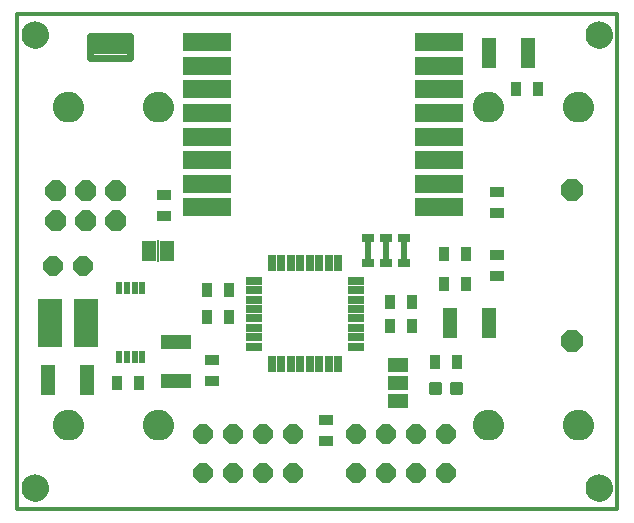
<source format=gts>
G75*
%MOIN*%
%OFA0B0*%
%FSLAX25Y25*%
%IPPOS*%
%LPD*%
%AMOC8*
5,1,8,0,0,1.08239X$1,22.5*
%
%ADD10C,0.00000*%
%ADD11C,0.09061*%
%ADD12C,0.01200*%
%ADD13R,0.16148X0.05912*%
%ADD14R,0.05124X0.10243*%
%ADD15R,0.10243X0.05124*%
%ADD16R,0.08274X0.16148*%
%ADD17R,0.01975X0.03943*%
%ADD18R,0.03550X0.05124*%
%ADD19R,0.05124X0.03550*%
%ADD20OC8,0.06400*%
%ADD21R,0.05000X0.06700*%
%ADD22R,0.00600X0.07200*%
%ADD23C,0.07000*%
%ADD24R,0.01975X0.06699*%
%ADD25R,0.03937X0.02756*%
%ADD26OC8,0.07000*%
%ADD27C,0.02462*%
%ADD28OC8,0.07400*%
%ADD29C,0.01301*%
%ADD30R,0.06700X0.05000*%
%ADD31R,0.05400X0.02600*%
%ADD32R,0.02600X0.05400*%
D10*
X0003469Y0008800D02*
X0003471Y0008931D01*
X0003477Y0009063D01*
X0003487Y0009194D01*
X0003501Y0009325D01*
X0003519Y0009455D01*
X0003541Y0009584D01*
X0003566Y0009713D01*
X0003596Y0009841D01*
X0003630Y0009968D01*
X0003667Y0010095D01*
X0003708Y0010219D01*
X0003753Y0010343D01*
X0003802Y0010465D01*
X0003854Y0010586D01*
X0003910Y0010704D01*
X0003970Y0010822D01*
X0004033Y0010937D01*
X0004100Y0011050D01*
X0004170Y0011162D01*
X0004243Y0011271D01*
X0004319Y0011377D01*
X0004399Y0011482D01*
X0004482Y0011584D01*
X0004568Y0011683D01*
X0004657Y0011780D01*
X0004749Y0011874D01*
X0004844Y0011965D01*
X0004941Y0012054D01*
X0005041Y0012139D01*
X0005144Y0012221D01*
X0005249Y0012300D01*
X0005356Y0012376D01*
X0005466Y0012448D01*
X0005578Y0012517D01*
X0005692Y0012583D01*
X0005807Y0012645D01*
X0005925Y0012704D01*
X0006044Y0012759D01*
X0006165Y0012811D01*
X0006288Y0012858D01*
X0006412Y0012902D01*
X0006537Y0012943D01*
X0006663Y0012979D01*
X0006791Y0013012D01*
X0006919Y0013040D01*
X0007048Y0013065D01*
X0007178Y0013086D01*
X0007308Y0013103D01*
X0007439Y0013116D01*
X0007570Y0013125D01*
X0007701Y0013130D01*
X0007833Y0013131D01*
X0007964Y0013128D01*
X0008096Y0013121D01*
X0008227Y0013110D01*
X0008357Y0013095D01*
X0008487Y0013076D01*
X0008617Y0013053D01*
X0008745Y0013027D01*
X0008873Y0012996D01*
X0009000Y0012961D01*
X0009126Y0012923D01*
X0009250Y0012881D01*
X0009374Y0012835D01*
X0009495Y0012785D01*
X0009615Y0012732D01*
X0009734Y0012675D01*
X0009851Y0012615D01*
X0009965Y0012551D01*
X0010078Y0012483D01*
X0010189Y0012412D01*
X0010298Y0012338D01*
X0010404Y0012261D01*
X0010508Y0012180D01*
X0010609Y0012097D01*
X0010708Y0012010D01*
X0010804Y0011920D01*
X0010897Y0011827D01*
X0010988Y0011732D01*
X0011075Y0011634D01*
X0011160Y0011533D01*
X0011241Y0011430D01*
X0011319Y0011324D01*
X0011394Y0011216D01*
X0011466Y0011106D01*
X0011534Y0010994D01*
X0011599Y0010880D01*
X0011660Y0010763D01*
X0011718Y0010645D01*
X0011772Y0010525D01*
X0011823Y0010404D01*
X0011870Y0010281D01*
X0011913Y0010157D01*
X0011952Y0010032D01*
X0011988Y0009905D01*
X0012019Y0009777D01*
X0012047Y0009649D01*
X0012071Y0009520D01*
X0012091Y0009390D01*
X0012107Y0009259D01*
X0012119Y0009128D01*
X0012127Y0008997D01*
X0012131Y0008866D01*
X0012131Y0008734D01*
X0012127Y0008603D01*
X0012119Y0008472D01*
X0012107Y0008341D01*
X0012091Y0008210D01*
X0012071Y0008080D01*
X0012047Y0007951D01*
X0012019Y0007823D01*
X0011988Y0007695D01*
X0011952Y0007568D01*
X0011913Y0007443D01*
X0011870Y0007319D01*
X0011823Y0007196D01*
X0011772Y0007075D01*
X0011718Y0006955D01*
X0011660Y0006837D01*
X0011599Y0006720D01*
X0011534Y0006606D01*
X0011466Y0006494D01*
X0011394Y0006384D01*
X0011319Y0006276D01*
X0011241Y0006170D01*
X0011160Y0006067D01*
X0011075Y0005966D01*
X0010988Y0005868D01*
X0010897Y0005773D01*
X0010804Y0005680D01*
X0010708Y0005590D01*
X0010609Y0005503D01*
X0010508Y0005420D01*
X0010404Y0005339D01*
X0010298Y0005262D01*
X0010189Y0005188D01*
X0010078Y0005117D01*
X0009966Y0005049D01*
X0009851Y0004985D01*
X0009734Y0004925D01*
X0009615Y0004868D01*
X0009495Y0004815D01*
X0009374Y0004765D01*
X0009250Y0004719D01*
X0009126Y0004677D01*
X0009000Y0004639D01*
X0008873Y0004604D01*
X0008745Y0004573D01*
X0008617Y0004547D01*
X0008487Y0004524D01*
X0008357Y0004505D01*
X0008227Y0004490D01*
X0008096Y0004479D01*
X0007964Y0004472D01*
X0007833Y0004469D01*
X0007701Y0004470D01*
X0007570Y0004475D01*
X0007439Y0004484D01*
X0007308Y0004497D01*
X0007178Y0004514D01*
X0007048Y0004535D01*
X0006919Y0004560D01*
X0006791Y0004588D01*
X0006663Y0004621D01*
X0006537Y0004657D01*
X0006412Y0004698D01*
X0006288Y0004742D01*
X0006165Y0004789D01*
X0006044Y0004841D01*
X0005925Y0004896D01*
X0005807Y0004955D01*
X0005692Y0005017D01*
X0005578Y0005083D01*
X0005466Y0005152D01*
X0005356Y0005224D01*
X0005249Y0005300D01*
X0005144Y0005379D01*
X0005041Y0005461D01*
X0004941Y0005546D01*
X0004844Y0005635D01*
X0004749Y0005726D01*
X0004657Y0005820D01*
X0004568Y0005917D01*
X0004482Y0006016D01*
X0004399Y0006118D01*
X0004319Y0006223D01*
X0004243Y0006329D01*
X0004170Y0006438D01*
X0004100Y0006550D01*
X0004033Y0006663D01*
X0003970Y0006778D01*
X0003910Y0006896D01*
X0003854Y0007014D01*
X0003802Y0007135D01*
X0003753Y0007257D01*
X0003708Y0007381D01*
X0003667Y0007505D01*
X0003630Y0007632D01*
X0003596Y0007759D01*
X0003566Y0007887D01*
X0003541Y0008016D01*
X0003519Y0008145D01*
X0003501Y0008275D01*
X0003487Y0008406D01*
X0003477Y0008537D01*
X0003471Y0008669D01*
X0003469Y0008800D01*
X0003469Y0159800D02*
X0003471Y0159931D01*
X0003477Y0160063D01*
X0003487Y0160194D01*
X0003501Y0160325D01*
X0003519Y0160455D01*
X0003541Y0160584D01*
X0003566Y0160713D01*
X0003596Y0160841D01*
X0003630Y0160968D01*
X0003667Y0161095D01*
X0003708Y0161219D01*
X0003753Y0161343D01*
X0003802Y0161465D01*
X0003854Y0161586D01*
X0003910Y0161704D01*
X0003970Y0161822D01*
X0004033Y0161937D01*
X0004100Y0162050D01*
X0004170Y0162162D01*
X0004243Y0162271D01*
X0004319Y0162377D01*
X0004399Y0162482D01*
X0004482Y0162584D01*
X0004568Y0162683D01*
X0004657Y0162780D01*
X0004749Y0162874D01*
X0004844Y0162965D01*
X0004941Y0163054D01*
X0005041Y0163139D01*
X0005144Y0163221D01*
X0005249Y0163300D01*
X0005356Y0163376D01*
X0005466Y0163448D01*
X0005578Y0163517D01*
X0005692Y0163583D01*
X0005807Y0163645D01*
X0005925Y0163704D01*
X0006044Y0163759D01*
X0006165Y0163811D01*
X0006288Y0163858D01*
X0006412Y0163902D01*
X0006537Y0163943D01*
X0006663Y0163979D01*
X0006791Y0164012D01*
X0006919Y0164040D01*
X0007048Y0164065D01*
X0007178Y0164086D01*
X0007308Y0164103D01*
X0007439Y0164116D01*
X0007570Y0164125D01*
X0007701Y0164130D01*
X0007833Y0164131D01*
X0007964Y0164128D01*
X0008096Y0164121D01*
X0008227Y0164110D01*
X0008357Y0164095D01*
X0008487Y0164076D01*
X0008617Y0164053D01*
X0008745Y0164027D01*
X0008873Y0163996D01*
X0009000Y0163961D01*
X0009126Y0163923D01*
X0009250Y0163881D01*
X0009374Y0163835D01*
X0009495Y0163785D01*
X0009615Y0163732D01*
X0009734Y0163675D01*
X0009851Y0163615D01*
X0009965Y0163551D01*
X0010078Y0163483D01*
X0010189Y0163412D01*
X0010298Y0163338D01*
X0010404Y0163261D01*
X0010508Y0163180D01*
X0010609Y0163097D01*
X0010708Y0163010D01*
X0010804Y0162920D01*
X0010897Y0162827D01*
X0010988Y0162732D01*
X0011075Y0162634D01*
X0011160Y0162533D01*
X0011241Y0162430D01*
X0011319Y0162324D01*
X0011394Y0162216D01*
X0011466Y0162106D01*
X0011534Y0161994D01*
X0011599Y0161880D01*
X0011660Y0161763D01*
X0011718Y0161645D01*
X0011772Y0161525D01*
X0011823Y0161404D01*
X0011870Y0161281D01*
X0011913Y0161157D01*
X0011952Y0161032D01*
X0011988Y0160905D01*
X0012019Y0160777D01*
X0012047Y0160649D01*
X0012071Y0160520D01*
X0012091Y0160390D01*
X0012107Y0160259D01*
X0012119Y0160128D01*
X0012127Y0159997D01*
X0012131Y0159866D01*
X0012131Y0159734D01*
X0012127Y0159603D01*
X0012119Y0159472D01*
X0012107Y0159341D01*
X0012091Y0159210D01*
X0012071Y0159080D01*
X0012047Y0158951D01*
X0012019Y0158823D01*
X0011988Y0158695D01*
X0011952Y0158568D01*
X0011913Y0158443D01*
X0011870Y0158319D01*
X0011823Y0158196D01*
X0011772Y0158075D01*
X0011718Y0157955D01*
X0011660Y0157837D01*
X0011599Y0157720D01*
X0011534Y0157606D01*
X0011466Y0157494D01*
X0011394Y0157384D01*
X0011319Y0157276D01*
X0011241Y0157170D01*
X0011160Y0157067D01*
X0011075Y0156966D01*
X0010988Y0156868D01*
X0010897Y0156773D01*
X0010804Y0156680D01*
X0010708Y0156590D01*
X0010609Y0156503D01*
X0010508Y0156420D01*
X0010404Y0156339D01*
X0010298Y0156262D01*
X0010189Y0156188D01*
X0010078Y0156117D01*
X0009966Y0156049D01*
X0009851Y0155985D01*
X0009734Y0155925D01*
X0009615Y0155868D01*
X0009495Y0155815D01*
X0009374Y0155765D01*
X0009250Y0155719D01*
X0009126Y0155677D01*
X0009000Y0155639D01*
X0008873Y0155604D01*
X0008745Y0155573D01*
X0008617Y0155547D01*
X0008487Y0155524D01*
X0008357Y0155505D01*
X0008227Y0155490D01*
X0008096Y0155479D01*
X0007964Y0155472D01*
X0007833Y0155469D01*
X0007701Y0155470D01*
X0007570Y0155475D01*
X0007439Y0155484D01*
X0007308Y0155497D01*
X0007178Y0155514D01*
X0007048Y0155535D01*
X0006919Y0155560D01*
X0006791Y0155588D01*
X0006663Y0155621D01*
X0006537Y0155657D01*
X0006412Y0155698D01*
X0006288Y0155742D01*
X0006165Y0155789D01*
X0006044Y0155841D01*
X0005925Y0155896D01*
X0005807Y0155955D01*
X0005692Y0156017D01*
X0005578Y0156083D01*
X0005466Y0156152D01*
X0005356Y0156224D01*
X0005249Y0156300D01*
X0005144Y0156379D01*
X0005041Y0156461D01*
X0004941Y0156546D01*
X0004844Y0156635D01*
X0004749Y0156726D01*
X0004657Y0156820D01*
X0004568Y0156917D01*
X0004482Y0157016D01*
X0004399Y0157118D01*
X0004319Y0157223D01*
X0004243Y0157329D01*
X0004170Y0157438D01*
X0004100Y0157550D01*
X0004033Y0157663D01*
X0003970Y0157778D01*
X0003910Y0157896D01*
X0003854Y0158014D01*
X0003802Y0158135D01*
X0003753Y0158257D01*
X0003708Y0158381D01*
X0003667Y0158505D01*
X0003630Y0158632D01*
X0003596Y0158759D01*
X0003566Y0158887D01*
X0003541Y0159016D01*
X0003519Y0159145D01*
X0003501Y0159275D01*
X0003487Y0159406D01*
X0003477Y0159537D01*
X0003471Y0159669D01*
X0003469Y0159800D01*
X0191469Y0159800D02*
X0191471Y0159931D01*
X0191477Y0160063D01*
X0191487Y0160194D01*
X0191501Y0160325D01*
X0191519Y0160455D01*
X0191541Y0160584D01*
X0191566Y0160713D01*
X0191596Y0160841D01*
X0191630Y0160968D01*
X0191667Y0161095D01*
X0191708Y0161219D01*
X0191753Y0161343D01*
X0191802Y0161465D01*
X0191854Y0161586D01*
X0191910Y0161704D01*
X0191970Y0161822D01*
X0192033Y0161937D01*
X0192100Y0162050D01*
X0192170Y0162162D01*
X0192243Y0162271D01*
X0192319Y0162377D01*
X0192399Y0162482D01*
X0192482Y0162584D01*
X0192568Y0162683D01*
X0192657Y0162780D01*
X0192749Y0162874D01*
X0192844Y0162965D01*
X0192941Y0163054D01*
X0193041Y0163139D01*
X0193144Y0163221D01*
X0193249Y0163300D01*
X0193356Y0163376D01*
X0193466Y0163448D01*
X0193578Y0163517D01*
X0193692Y0163583D01*
X0193807Y0163645D01*
X0193925Y0163704D01*
X0194044Y0163759D01*
X0194165Y0163811D01*
X0194288Y0163858D01*
X0194412Y0163902D01*
X0194537Y0163943D01*
X0194663Y0163979D01*
X0194791Y0164012D01*
X0194919Y0164040D01*
X0195048Y0164065D01*
X0195178Y0164086D01*
X0195308Y0164103D01*
X0195439Y0164116D01*
X0195570Y0164125D01*
X0195701Y0164130D01*
X0195833Y0164131D01*
X0195964Y0164128D01*
X0196096Y0164121D01*
X0196227Y0164110D01*
X0196357Y0164095D01*
X0196487Y0164076D01*
X0196617Y0164053D01*
X0196745Y0164027D01*
X0196873Y0163996D01*
X0197000Y0163961D01*
X0197126Y0163923D01*
X0197250Y0163881D01*
X0197374Y0163835D01*
X0197495Y0163785D01*
X0197615Y0163732D01*
X0197734Y0163675D01*
X0197851Y0163615D01*
X0197965Y0163551D01*
X0198078Y0163483D01*
X0198189Y0163412D01*
X0198298Y0163338D01*
X0198404Y0163261D01*
X0198508Y0163180D01*
X0198609Y0163097D01*
X0198708Y0163010D01*
X0198804Y0162920D01*
X0198897Y0162827D01*
X0198988Y0162732D01*
X0199075Y0162634D01*
X0199160Y0162533D01*
X0199241Y0162430D01*
X0199319Y0162324D01*
X0199394Y0162216D01*
X0199466Y0162106D01*
X0199534Y0161994D01*
X0199599Y0161880D01*
X0199660Y0161763D01*
X0199718Y0161645D01*
X0199772Y0161525D01*
X0199823Y0161404D01*
X0199870Y0161281D01*
X0199913Y0161157D01*
X0199952Y0161032D01*
X0199988Y0160905D01*
X0200019Y0160777D01*
X0200047Y0160649D01*
X0200071Y0160520D01*
X0200091Y0160390D01*
X0200107Y0160259D01*
X0200119Y0160128D01*
X0200127Y0159997D01*
X0200131Y0159866D01*
X0200131Y0159734D01*
X0200127Y0159603D01*
X0200119Y0159472D01*
X0200107Y0159341D01*
X0200091Y0159210D01*
X0200071Y0159080D01*
X0200047Y0158951D01*
X0200019Y0158823D01*
X0199988Y0158695D01*
X0199952Y0158568D01*
X0199913Y0158443D01*
X0199870Y0158319D01*
X0199823Y0158196D01*
X0199772Y0158075D01*
X0199718Y0157955D01*
X0199660Y0157837D01*
X0199599Y0157720D01*
X0199534Y0157606D01*
X0199466Y0157494D01*
X0199394Y0157384D01*
X0199319Y0157276D01*
X0199241Y0157170D01*
X0199160Y0157067D01*
X0199075Y0156966D01*
X0198988Y0156868D01*
X0198897Y0156773D01*
X0198804Y0156680D01*
X0198708Y0156590D01*
X0198609Y0156503D01*
X0198508Y0156420D01*
X0198404Y0156339D01*
X0198298Y0156262D01*
X0198189Y0156188D01*
X0198078Y0156117D01*
X0197966Y0156049D01*
X0197851Y0155985D01*
X0197734Y0155925D01*
X0197615Y0155868D01*
X0197495Y0155815D01*
X0197374Y0155765D01*
X0197250Y0155719D01*
X0197126Y0155677D01*
X0197000Y0155639D01*
X0196873Y0155604D01*
X0196745Y0155573D01*
X0196617Y0155547D01*
X0196487Y0155524D01*
X0196357Y0155505D01*
X0196227Y0155490D01*
X0196096Y0155479D01*
X0195964Y0155472D01*
X0195833Y0155469D01*
X0195701Y0155470D01*
X0195570Y0155475D01*
X0195439Y0155484D01*
X0195308Y0155497D01*
X0195178Y0155514D01*
X0195048Y0155535D01*
X0194919Y0155560D01*
X0194791Y0155588D01*
X0194663Y0155621D01*
X0194537Y0155657D01*
X0194412Y0155698D01*
X0194288Y0155742D01*
X0194165Y0155789D01*
X0194044Y0155841D01*
X0193925Y0155896D01*
X0193807Y0155955D01*
X0193692Y0156017D01*
X0193578Y0156083D01*
X0193466Y0156152D01*
X0193356Y0156224D01*
X0193249Y0156300D01*
X0193144Y0156379D01*
X0193041Y0156461D01*
X0192941Y0156546D01*
X0192844Y0156635D01*
X0192749Y0156726D01*
X0192657Y0156820D01*
X0192568Y0156917D01*
X0192482Y0157016D01*
X0192399Y0157118D01*
X0192319Y0157223D01*
X0192243Y0157329D01*
X0192170Y0157438D01*
X0192100Y0157550D01*
X0192033Y0157663D01*
X0191970Y0157778D01*
X0191910Y0157896D01*
X0191854Y0158014D01*
X0191802Y0158135D01*
X0191753Y0158257D01*
X0191708Y0158381D01*
X0191667Y0158505D01*
X0191630Y0158632D01*
X0191596Y0158759D01*
X0191566Y0158887D01*
X0191541Y0159016D01*
X0191519Y0159145D01*
X0191501Y0159275D01*
X0191487Y0159406D01*
X0191477Y0159537D01*
X0191471Y0159669D01*
X0191469Y0159800D01*
X0191469Y0008800D02*
X0191471Y0008931D01*
X0191477Y0009063D01*
X0191487Y0009194D01*
X0191501Y0009325D01*
X0191519Y0009455D01*
X0191541Y0009584D01*
X0191566Y0009713D01*
X0191596Y0009841D01*
X0191630Y0009968D01*
X0191667Y0010095D01*
X0191708Y0010219D01*
X0191753Y0010343D01*
X0191802Y0010465D01*
X0191854Y0010586D01*
X0191910Y0010704D01*
X0191970Y0010822D01*
X0192033Y0010937D01*
X0192100Y0011050D01*
X0192170Y0011162D01*
X0192243Y0011271D01*
X0192319Y0011377D01*
X0192399Y0011482D01*
X0192482Y0011584D01*
X0192568Y0011683D01*
X0192657Y0011780D01*
X0192749Y0011874D01*
X0192844Y0011965D01*
X0192941Y0012054D01*
X0193041Y0012139D01*
X0193144Y0012221D01*
X0193249Y0012300D01*
X0193356Y0012376D01*
X0193466Y0012448D01*
X0193578Y0012517D01*
X0193692Y0012583D01*
X0193807Y0012645D01*
X0193925Y0012704D01*
X0194044Y0012759D01*
X0194165Y0012811D01*
X0194288Y0012858D01*
X0194412Y0012902D01*
X0194537Y0012943D01*
X0194663Y0012979D01*
X0194791Y0013012D01*
X0194919Y0013040D01*
X0195048Y0013065D01*
X0195178Y0013086D01*
X0195308Y0013103D01*
X0195439Y0013116D01*
X0195570Y0013125D01*
X0195701Y0013130D01*
X0195833Y0013131D01*
X0195964Y0013128D01*
X0196096Y0013121D01*
X0196227Y0013110D01*
X0196357Y0013095D01*
X0196487Y0013076D01*
X0196617Y0013053D01*
X0196745Y0013027D01*
X0196873Y0012996D01*
X0197000Y0012961D01*
X0197126Y0012923D01*
X0197250Y0012881D01*
X0197374Y0012835D01*
X0197495Y0012785D01*
X0197615Y0012732D01*
X0197734Y0012675D01*
X0197851Y0012615D01*
X0197965Y0012551D01*
X0198078Y0012483D01*
X0198189Y0012412D01*
X0198298Y0012338D01*
X0198404Y0012261D01*
X0198508Y0012180D01*
X0198609Y0012097D01*
X0198708Y0012010D01*
X0198804Y0011920D01*
X0198897Y0011827D01*
X0198988Y0011732D01*
X0199075Y0011634D01*
X0199160Y0011533D01*
X0199241Y0011430D01*
X0199319Y0011324D01*
X0199394Y0011216D01*
X0199466Y0011106D01*
X0199534Y0010994D01*
X0199599Y0010880D01*
X0199660Y0010763D01*
X0199718Y0010645D01*
X0199772Y0010525D01*
X0199823Y0010404D01*
X0199870Y0010281D01*
X0199913Y0010157D01*
X0199952Y0010032D01*
X0199988Y0009905D01*
X0200019Y0009777D01*
X0200047Y0009649D01*
X0200071Y0009520D01*
X0200091Y0009390D01*
X0200107Y0009259D01*
X0200119Y0009128D01*
X0200127Y0008997D01*
X0200131Y0008866D01*
X0200131Y0008734D01*
X0200127Y0008603D01*
X0200119Y0008472D01*
X0200107Y0008341D01*
X0200091Y0008210D01*
X0200071Y0008080D01*
X0200047Y0007951D01*
X0200019Y0007823D01*
X0199988Y0007695D01*
X0199952Y0007568D01*
X0199913Y0007443D01*
X0199870Y0007319D01*
X0199823Y0007196D01*
X0199772Y0007075D01*
X0199718Y0006955D01*
X0199660Y0006837D01*
X0199599Y0006720D01*
X0199534Y0006606D01*
X0199466Y0006494D01*
X0199394Y0006384D01*
X0199319Y0006276D01*
X0199241Y0006170D01*
X0199160Y0006067D01*
X0199075Y0005966D01*
X0198988Y0005868D01*
X0198897Y0005773D01*
X0198804Y0005680D01*
X0198708Y0005590D01*
X0198609Y0005503D01*
X0198508Y0005420D01*
X0198404Y0005339D01*
X0198298Y0005262D01*
X0198189Y0005188D01*
X0198078Y0005117D01*
X0197966Y0005049D01*
X0197851Y0004985D01*
X0197734Y0004925D01*
X0197615Y0004868D01*
X0197495Y0004815D01*
X0197374Y0004765D01*
X0197250Y0004719D01*
X0197126Y0004677D01*
X0197000Y0004639D01*
X0196873Y0004604D01*
X0196745Y0004573D01*
X0196617Y0004547D01*
X0196487Y0004524D01*
X0196357Y0004505D01*
X0196227Y0004490D01*
X0196096Y0004479D01*
X0195964Y0004472D01*
X0195833Y0004469D01*
X0195701Y0004470D01*
X0195570Y0004475D01*
X0195439Y0004484D01*
X0195308Y0004497D01*
X0195178Y0004514D01*
X0195048Y0004535D01*
X0194919Y0004560D01*
X0194791Y0004588D01*
X0194663Y0004621D01*
X0194537Y0004657D01*
X0194412Y0004698D01*
X0194288Y0004742D01*
X0194165Y0004789D01*
X0194044Y0004841D01*
X0193925Y0004896D01*
X0193807Y0004955D01*
X0193692Y0005017D01*
X0193578Y0005083D01*
X0193466Y0005152D01*
X0193356Y0005224D01*
X0193249Y0005300D01*
X0193144Y0005379D01*
X0193041Y0005461D01*
X0192941Y0005546D01*
X0192844Y0005635D01*
X0192749Y0005726D01*
X0192657Y0005820D01*
X0192568Y0005917D01*
X0192482Y0006016D01*
X0192399Y0006118D01*
X0192319Y0006223D01*
X0192243Y0006329D01*
X0192170Y0006438D01*
X0192100Y0006550D01*
X0192033Y0006663D01*
X0191970Y0006778D01*
X0191910Y0006896D01*
X0191854Y0007014D01*
X0191802Y0007135D01*
X0191753Y0007257D01*
X0191708Y0007381D01*
X0191667Y0007505D01*
X0191630Y0007632D01*
X0191596Y0007759D01*
X0191566Y0007887D01*
X0191541Y0008016D01*
X0191519Y0008145D01*
X0191501Y0008275D01*
X0191487Y0008406D01*
X0191477Y0008537D01*
X0191471Y0008669D01*
X0191469Y0008800D01*
D11*
X0195800Y0008800D03*
X0195800Y0159800D03*
X0007800Y0159800D03*
X0007800Y0008800D03*
D12*
X0001800Y0001800D02*
X0001800Y0166800D01*
X0201800Y0166800D01*
X0201800Y0001800D01*
X0001800Y0001800D01*
D13*
X0065020Y0102241D03*
X0065020Y0110115D03*
X0065020Y0117989D03*
X0065020Y0125863D03*
X0065020Y0133737D03*
X0065020Y0141611D03*
X0065020Y0149485D03*
X0065020Y0157359D03*
X0142580Y0157359D03*
X0142580Y0149485D03*
X0142580Y0141611D03*
X0142580Y0133737D03*
X0142580Y0125863D03*
X0142580Y0117989D03*
X0142580Y0110115D03*
X0142580Y0102241D03*
D14*
X0146304Y0063800D03*
X0159296Y0063800D03*
X0159304Y0153800D03*
X0172296Y0153800D03*
X0025296Y0044800D03*
X0012304Y0044800D03*
D15*
X0054800Y0044304D03*
X0054800Y0057296D03*
D16*
X0024706Y0063800D03*
X0012894Y0063800D03*
D17*
X0035961Y0052383D03*
X0038520Y0052383D03*
X0041080Y0052383D03*
X0043639Y0052383D03*
X0043639Y0075217D03*
X0041080Y0075217D03*
X0038520Y0075217D03*
X0035961Y0075217D03*
D18*
X0065257Y0074800D03*
X0072343Y0074800D03*
X0072343Y0065800D03*
X0065257Y0065800D03*
X0042343Y0043800D03*
X0035257Y0043800D03*
X0126257Y0062800D03*
X0133343Y0062800D03*
X0133343Y0070800D03*
X0126257Y0070800D03*
X0144257Y0076800D03*
X0151343Y0076800D03*
X0151343Y0086800D03*
X0144257Y0086800D03*
X0141257Y0050800D03*
X0148343Y0050800D03*
X0168257Y0141800D03*
X0175343Y0141800D03*
D19*
X0161800Y0107343D03*
X0161800Y0100257D03*
X0161800Y0086343D03*
X0161800Y0079257D03*
X0104800Y0031343D03*
X0104800Y0024257D03*
X0066800Y0044257D03*
X0066800Y0051343D03*
X0050800Y0099257D03*
X0050800Y0106343D03*
D20*
X0023800Y0082800D03*
X0013800Y0082800D03*
X0063800Y0026800D03*
X0073800Y0026800D03*
X0083800Y0026800D03*
X0093800Y0026800D03*
X0093800Y0013800D03*
X0083800Y0013800D03*
X0073800Y0013800D03*
X0063800Y0013800D03*
X0114800Y0013800D03*
X0124800Y0013800D03*
X0134800Y0013800D03*
X0144800Y0013800D03*
X0144800Y0026800D03*
X0134800Y0026800D03*
X0124800Y0026800D03*
X0114800Y0026800D03*
D21*
X0051800Y0087800D03*
X0045800Y0087800D03*
D22*
X0048800Y0087800D03*
D23*
X0047219Y0135800D02*
X0047221Y0135879D01*
X0047227Y0135959D01*
X0047237Y0136038D01*
X0047251Y0136116D01*
X0047269Y0136193D01*
X0047290Y0136270D01*
X0047316Y0136345D01*
X0047345Y0136419D01*
X0047378Y0136491D01*
X0047415Y0136562D01*
X0047455Y0136630D01*
X0047498Y0136697D01*
X0047545Y0136761D01*
X0047595Y0136823D01*
X0047648Y0136882D01*
X0047703Y0136939D01*
X0047762Y0136992D01*
X0047823Y0137043D01*
X0047887Y0137091D01*
X0047953Y0137135D01*
X0048021Y0137176D01*
X0048091Y0137213D01*
X0048163Y0137247D01*
X0048237Y0137277D01*
X0048311Y0137304D01*
X0048388Y0137326D01*
X0048465Y0137345D01*
X0048543Y0137360D01*
X0048622Y0137371D01*
X0048701Y0137378D01*
X0048780Y0137381D01*
X0048860Y0137380D01*
X0048939Y0137375D01*
X0049018Y0137366D01*
X0049096Y0137353D01*
X0049174Y0137336D01*
X0049251Y0137315D01*
X0049326Y0137291D01*
X0049400Y0137263D01*
X0049473Y0137231D01*
X0049544Y0137195D01*
X0049613Y0137156D01*
X0049680Y0137113D01*
X0049745Y0137067D01*
X0049808Y0137018D01*
X0049868Y0136966D01*
X0049925Y0136911D01*
X0049979Y0136853D01*
X0050031Y0136792D01*
X0050079Y0136729D01*
X0050124Y0136664D01*
X0050166Y0136596D01*
X0050204Y0136527D01*
X0050239Y0136455D01*
X0050270Y0136382D01*
X0050297Y0136307D01*
X0050321Y0136232D01*
X0050341Y0136155D01*
X0050357Y0136077D01*
X0050369Y0135998D01*
X0050377Y0135919D01*
X0050381Y0135840D01*
X0050381Y0135760D01*
X0050377Y0135681D01*
X0050369Y0135602D01*
X0050357Y0135523D01*
X0050341Y0135445D01*
X0050321Y0135368D01*
X0050297Y0135293D01*
X0050270Y0135218D01*
X0050239Y0135145D01*
X0050204Y0135073D01*
X0050166Y0135004D01*
X0050124Y0134936D01*
X0050079Y0134871D01*
X0050031Y0134808D01*
X0049979Y0134747D01*
X0049925Y0134689D01*
X0049868Y0134634D01*
X0049808Y0134582D01*
X0049745Y0134533D01*
X0049680Y0134487D01*
X0049613Y0134444D01*
X0049544Y0134405D01*
X0049473Y0134369D01*
X0049400Y0134337D01*
X0049326Y0134309D01*
X0049251Y0134285D01*
X0049174Y0134264D01*
X0049096Y0134247D01*
X0049018Y0134234D01*
X0048939Y0134225D01*
X0048860Y0134220D01*
X0048780Y0134219D01*
X0048701Y0134222D01*
X0048622Y0134229D01*
X0048543Y0134240D01*
X0048465Y0134255D01*
X0048388Y0134274D01*
X0048311Y0134296D01*
X0048237Y0134323D01*
X0048163Y0134353D01*
X0048091Y0134387D01*
X0048021Y0134424D01*
X0047953Y0134465D01*
X0047887Y0134509D01*
X0047823Y0134557D01*
X0047762Y0134608D01*
X0047703Y0134661D01*
X0047648Y0134718D01*
X0047595Y0134777D01*
X0047545Y0134839D01*
X0047498Y0134903D01*
X0047455Y0134970D01*
X0047415Y0135038D01*
X0047378Y0135109D01*
X0047345Y0135181D01*
X0047316Y0135255D01*
X0047290Y0135330D01*
X0047269Y0135407D01*
X0047251Y0135484D01*
X0047237Y0135562D01*
X0047227Y0135641D01*
X0047221Y0135721D01*
X0047219Y0135800D01*
X0017219Y0135800D02*
X0017221Y0135879D01*
X0017227Y0135959D01*
X0017237Y0136038D01*
X0017251Y0136116D01*
X0017269Y0136193D01*
X0017290Y0136270D01*
X0017316Y0136345D01*
X0017345Y0136419D01*
X0017378Y0136491D01*
X0017415Y0136562D01*
X0017455Y0136630D01*
X0017498Y0136697D01*
X0017545Y0136761D01*
X0017595Y0136823D01*
X0017648Y0136882D01*
X0017703Y0136939D01*
X0017762Y0136992D01*
X0017823Y0137043D01*
X0017887Y0137091D01*
X0017953Y0137135D01*
X0018021Y0137176D01*
X0018091Y0137213D01*
X0018163Y0137247D01*
X0018237Y0137277D01*
X0018311Y0137304D01*
X0018388Y0137326D01*
X0018465Y0137345D01*
X0018543Y0137360D01*
X0018622Y0137371D01*
X0018701Y0137378D01*
X0018780Y0137381D01*
X0018860Y0137380D01*
X0018939Y0137375D01*
X0019018Y0137366D01*
X0019096Y0137353D01*
X0019174Y0137336D01*
X0019251Y0137315D01*
X0019326Y0137291D01*
X0019400Y0137263D01*
X0019473Y0137231D01*
X0019544Y0137195D01*
X0019613Y0137156D01*
X0019680Y0137113D01*
X0019745Y0137067D01*
X0019808Y0137018D01*
X0019868Y0136966D01*
X0019925Y0136911D01*
X0019979Y0136853D01*
X0020031Y0136792D01*
X0020079Y0136729D01*
X0020124Y0136664D01*
X0020166Y0136596D01*
X0020204Y0136527D01*
X0020239Y0136455D01*
X0020270Y0136382D01*
X0020297Y0136307D01*
X0020321Y0136232D01*
X0020341Y0136155D01*
X0020357Y0136077D01*
X0020369Y0135998D01*
X0020377Y0135919D01*
X0020381Y0135840D01*
X0020381Y0135760D01*
X0020377Y0135681D01*
X0020369Y0135602D01*
X0020357Y0135523D01*
X0020341Y0135445D01*
X0020321Y0135368D01*
X0020297Y0135293D01*
X0020270Y0135218D01*
X0020239Y0135145D01*
X0020204Y0135073D01*
X0020166Y0135004D01*
X0020124Y0134936D01*
X0020079Y0134871D01*
X0020031Y0134808D01*
X0019979Y0134747D01*
X0019925Y0134689D01*
X0019868Y0134634D01*
X0019808Y0134582D01*
X0019745Y0134533D01*
X0019680Y0134487D01*
X0019613Y0134444D01*
X0019544Y0134405D01*
X0019473Y0134369D01*
X0019400Y0134337D01*
X0019326Y0134309D01*
X0019251Y0134285D01*
X0019174Y0134264D01*
X0019096Y0134247D01*
X0019018Y0134234D01*
X0018939Y0134225D01*
X0018860Y0134220D01*
X0018780Y0134219D01*
X0018701Y0134222D01*
X0018622Y0134229D01*
X0018543Y0134240D01*
X0018465Y0134255D01*
X0018388Y0134274D01*
X0018311Y0134296D01*
X0018237Y0134323D01*
X0018163Y0134353D01*
X0018091Y0134387D01*
X0018021Y0134424D01*
X0017953Y0134465D01*
X0017887Y0134509D01*
X0017823Y0134557D01*
X0017762Y0134608D01*
X0017703Y0134661D01*
X0017648Y0134718D01*
X0017595Y0134777D01*
X0017545Y0134839D01*
X0017498Y0134903D01*
X0017455Y0134970D01*
X0017415Y0135038D01*
X0017378Y0135109D01*
X0017345Y0135181D01*
X0017316Y0135255D01*
X0017290Y0135330D01*
X0017269Y0135407D01*
X0017251Y0135484D01*
X0017237Y0135562D01*
X0017227Y0135641D01*
X0017221Y0135721D01*
X0017219Y0135800D01*
X0017219Y0029800D02*
X0017221Y0029879D01*
X0017227Y0029959D01*
X0017237Y0030038D01*
X0017251Y0030116D01*
X0017269Y0030193D01*
X0017290Y0030270D01*
X0017316Y0030345D01*
X0017345Y0030419D01*
X0017378Y0030491D01*
X0017415Y0030562D01*
X0017455Y0030630D01*
X0017498Y0030697D01*
X0017545Y0030761D01*
X0017595Y0030823D01*
X0017648Y0030882D01*
X0017703Y0030939D01*
X0017762Y0030992D01*
X0017823Y0031043D01*
X0017887Y0031091D01*
X0017953Y0031135D01*
X0018021Y0031176D01*
X0018091Y0031213D01*
X0018163Y0031247D01*
X0018237Y0031277D01*
X0018311Y0031304D01*
X0018388Y0031326D01*
X0018465Y0031345D01*
X0018543Y0031360D01*
X0018622Y0031371D01*
X0018701Y0031378D01*
X0018780Y0031381D01*
X0018860Y0031380D01*
X0018939Y0031375D01*
X0019018Y0031366D01*
X0019096Y0031353D01*
X0019174Y0031336D01*
X0019251Y0031315D01*
X0019326Y0031291D01*
X0019400Y0031263D01*
X0019473Y0031231D01*
X0019544Y0031195D01*
X0019613Y0031156D01*
X0019680Y0031113D01*
X0019745Y0031067D01*
X0019808Y0031018D01*
X0019868Y0030966D01*
X0019925Y0030911D01*
X0019979Y0030853D01*
X0020031Y0030792D01*
X0020079Y0030729D01*
X0020124Y0030664D01*
X0020166Y0030596D01*
X0020204Y0030527D01*
X0020239Y0030455D01*
X0020270Y0030382D01*
X0020297Y0030307D01*
X0020321Y0030232D01*
X0020341Y0030155D01*
X0020357Y0030077D01*
X0020369Y0029998D01*
X0020377Y0029919D01*
X0020381Y0029840D01*
X0020381Y0029760D01*
X0020377Y0029681D01*
X0020369Y0029602D01*
X0020357Y0029523D01*
X0020341Y0029445D01*
X0020321Y0029368D01*
X0020297Y0029293D01*
X0020270Y0029218D01*
X0020239Y0029145D01*
X0020204Y0029073D01*
X0020166Y0029004D01*
X0020124Y0028936D01*
X0020079Y0028871D01*
X0020031Y0028808D01*
X0019979Y0028747D01*
X0019925Y0028689D01*
X0019868Y0028634D01*
X0019808Y0028582D01*
X0019745Y0028533D01*
X0019680Y0028487D01*
X0019613Y0028444D01*
X0019544Y0028405D01*
X0019473Y0028369D01*
X0019400Y0028337D01*
X0019326Y0028309D01*
X0019251Y0028285D01*
X0019174Y0028264D01*
X0019096Y0028247D01*
X0019018Y0028234D01*
X0018939Y0028225D01*
X0018860Y0028220D01*
X0018780Y0028219D01*
X0018701Y0028222D01*
X0018622Y0028229D01*
X0018543Y0028240D01*
X0018465Y0028255D01*
X0018388Y0028274D01*
X0018311Y0028296D01*
X0018237Y0028323D01*
X0018163Y0028353D01*
X0018091Y0028387D01*
X0018021Y0028424D01*
X0017953Y0028465D01*
X0017887Y0028509D01*
X0017823Y0028557D01*
X0017762Y0028608D01*
X0017703Y0028661D01*
X0017648Y0028718D01*
X0017595Y0028777D01*
X0017545Y0028839D01*
X0017498Y0028903D01*
X0017455Y0028970D01*
X0017415Y0029038D01*
X0017378Y0029109D01*
X0017345Y0029181D01*
X0017316Y0029255D01*
X0017290Y0029330D01*
X0017269Y0029407D01*
X0017251Y0029484D01*
X0017237Y0029562D01*
X0017227Y0029641D01*
X0017221Y0029721D01*
X0017219Y0029800D01*
X0047219Y0029800D02*
X0047221Y0029879D01*
X0047227Y0029959D01*
X0047237Y0030038D01*
X0047251Y0030116D01*
X0047269Y0030193D01*
X0047290Y0030270D01*
X0047316Y0030345D01*
X0047345Y0030419D01*
X0047378Y0030491D01*
X0047415Y0030562D01*
X0047455Y0030630D01*
X0047498Y0030697D01*
X0047545Y0030761D01*
X0047595Y0030823D01*
X0047648Y0030882D01*
X0047703Y0030939D01*
X0047762Y0030992D01*
X0047823Y0031043D01*
X0047887Y0031091D01*
X0047953Y0031135D01*
X0048021Y0031176D01*
X0048091Y0031213D01*
X0048163Y0031247D01*
X0048237Y0031277D01*
X0048311Y0031304D01*
X0048388Y0031326D01*
X0048465Y0031345D01*
X0048543Y0031360D01*
X0048622Y0031371D01*
X0048701Y0031378D01*
X0048780Y0031381D01*
X0048860Y0031380D01*
X0048939Y0031375D01*
X0049018Y0031366D01*
X0049096Y0031353D01*
X0049174Y0031336D01*
X0049251Y0031315D01*
X0049326Y0031291D01*
X0049400Y0031263D01*
X0049473Y0031231D01*
X0049544Y0031195D01*
X0049613Y0031156D01*
X0049680Y0031113D01*
X0049745Y0031067D01*
X0049808Y0031018D01*
X0049868Y0030966D01*
X0049925Y0030911D01*
X0049979Y0030853D01*
X0050031Y0030792D01*
X0050079Y0030729D01*
X0050124Y0030664D01*
X0050166Y0030596D01*
X0050204Y0030527D01*
X0050239Y0030455D01*
X0050270Y0030382D01*
X0050297Y0030307D01*
X0050321Y0030232D01*
X0050341Y0030155D01*
X0050357Y0030077D01*
X0050369Y0029998D01*
X0050377Y0029919D01*
X0050381Y0029840D01*
X0050381Y0029760D01*
X0050377Y0029681D01*
X0050369Y0029602D01*
X0050357Y0029523D01*
X0050341Y0029445D01*
X0050321Y0029368D01*
X0050297Y0029293D01*
X0050270Y0029218D01*
X0050239Y0029145D01*
X0050204Y0029073D01*
X0050166Y0029004D01*
X0050124Y0028936D01*
X0050079Y0028871D01*
X0050031Y0028808D01*
X0049979Y0028747D01*
X0049925Y0028689D01*
X0049868Y0028634D01*
X0049808Y0028582D01*
X0049745Y0028533D01*
X0049680Y0028487D01*
X0049613Y0028444D01*
X0049544Y0028405D01*
X0049473Y0028369D01*
X0049400Y0028337D01*
X0049326Y0028309D01*
X0049251Y0028285D01*
X0049174Y0028264D01*
X0049096Y0028247D01*
X0049018Y0028234D01*
X0048939Y0028225D01*
X0048860Y0028220D01*
X0048780Y0028219D01*
X0048701Y0028222D01*
X0048622Y0028229D01*
X0048543Y0028240D01*
X0048465Y0028255D01*
X0048388Y0028274D01*
X0048311Y0028296D01*
X0048237Y0028323D01*
X0048163Y0028353D01*
X0048091Y0028387D01*
X0048021Y0028424D01*
X0047953Y0028465D01*
X0047887Y0028509D01*
X0047823Y0028557D01*
X0047762Y0028608D01*
X0047703Y0028661D01*
X0047648Y0028718D01*
X0047595Y0028777D01*
X0047545Y0028839D01*
X0047498Y0028903D01*
X0047455Y0028970D01*
X0047415Y0029038D01*
X0047378Y0029109D01*
X0047345Y0029181D01*
X0047316Y0029255D01*
X0047290Y0029330D01*
X0047269Y0029407D01*
X0047251Y0029484D01*
X0047237Y0029562D01*
X0047227Y0029641D01*
X0047221Y0029721D01*
X0047219Y0029800D01*
X0157219Y0029800D02*
X0157221Y0029879D01*
X0157227Y0029959D01*
X0157237Y0030038D01*
X0157251Y0030116D01*
X0157269Y0030193D01*
X0157290Y0030270D01*
X0157316Y0030345D01*
X0157345Y0030419D01*
X0157378Y0030491D01*
X0157415Y0030562D01*
X0157455Y0030630D01*
X0157498Y0030697D01*
X0157545Y0030761D01*
X0157595Y0030823D01*
X0157648Y0030882D01*
X0157703Y0030939D01*
X0157762Y0030992D01*
X0157823Y0031043D01*
X0157887Y0031091D01*
X0157953Y0031135D01*
X0158021Y0031176D01*
X0158091Y0031213D01*
X0158163Y0031247D01*
X0158237Y0031277D01*
X0158311Y0031304D01*
X0158388Y0031326D01*
X0158465Y0031345D01*
X0158543Y0031360D01*
X0158622Y0031371D01*
X0158701Y0031378D01*
X0158780Y0031381D01*
X0158860Y0031380D01*
X0158939Y0031375D01*
X0159018Y0031366D01*
X0159096Y0031353D01*
X0159174Y0031336D01*
X0159251Y0031315D01*
X0159326Y0031291D01*
X0159400Y0031263D01*
X0159473Y0031231D01*
X0159544Y0031195D01*
X0159613Y0031156D01*
X0159680Y0031113D01*
X0159745Y0031067D01*
X0159808Y0031018D01*
X0159868Y0030966D01*
X0159925Y0030911D01*
X0159979Y0030853D01*
X0160031Y0030792D01*
X0160079Y0030729D01*
X0160124Y0030664D01*
X0160166Y0030596D01*
X0160204Y0030527D01*
X0160239Y0030455D01*
X0160270Y0030382D01*
X0160297Y0030307D01*
X0160321Y0030232D01*
X0160341Y0030155D01*
X0160357Y0030077D01*
X0160369Y0029998D01*
X0160377Y0029919D01*
X0160381Y0029840D01*
X0160381Y0029760D01*
X0160377Y0029681D01*
X0160369Y0029602D01*
X0160357Y0029523D01*
X0160341Y0029445D01*
X0160321Y0029368D01*
X0160297Y0029293D01*
X0160270Y0029218D01*
X0160239Y0029145D01*
X0160204Y0029073D01*
X0160166Y0029004D01*
X0160124Y0028936D01*
X0160079Y0028871D01*
X0160031Y0028808D01*
X0159979Y0028747D01*
X0159925Y0028689D01*
X0159868Y0028634D01*
X0159808Y0028582D01*
X0159745Y0028533D01*
X0159680Y0028487D01*
X0159613Y0028444D01*
X0159544Y0028405D01*
X0159473Y0028369D01*
X0159400Y0028337D01*
X0159326Y0028309D01*
X0159251Y0028285D01*
X0159174Y0028264D01*
X0159096Y0028247D01*
X0159018Y0028234D01*
X0158939Y0028225D01*
X0158860Y0028220D01*
X0158780Y0028219D01*
X0158701Y0028222D01*
X0158622Y0028229D01*
X0158543Y0028240D01*
X0158465Y0028255D01*
X0158388Y0028274D01*
X0158311Y0028296D01*
X0158237Y0028323D01*
X0158163Y0028353D01*
X0158091Y0028387D01*
X0158021Y0028424D01*
X0157953Y0028465D01*
X0157887Y0028509D01*
X0157823Y0028557D01*
X0157762Y0028608D01*
X0157703Y0028661D01*
X0157648Y0028718D01*
X0157595Y0028777D01*
X0157545Y0028839D01*
X0157498Y0028903D01*
X0157455Y0028970D01*
X0157415Y0029038D01*
X0157378Y0029109D01*
X0157345Y0029181D01*
X0157316Y0029255D01*
X0157290Y0029330D01*
X0157269Y0029407D01*
X0157251Y0029484D01*
X0157237Y0029562D01*
X0157227Y0029641D01*
X0157221Y0029721D01*
X0157219Y0029800D01*
X0187219Y0029800D02*
X0187221Y0029879D01*
X0187227Y0029959D01*
X0187237Y0030038D01*
X0187251Y0030116D01*
X0187269Y0030193D01*
X0187290Y0030270D01*
X0187316Y0030345D01*
X0187345Y0030419D01*
X0187378Y0030491D01*
X0187415Y0030562D01*
X0187455Y0030630D01*
X0187498Y0030697D01*
X0187545Y0030761D01*
X0187595Y0030823D01*
X0187648Y0030882D01*
X0187703Y0030939D01*
X0187762Y0030992D01*
X0187823Y0031043D01*
X0187887Y0031091D01*
X0187953Y0031135D01*
X0188021Y0031176D01*
X0188091Y0031213D01*
X0188163Y0031247D01*
X0188237Y0031277D01*
X0188311Y0031304D01*
X0188388Y0031326D01*
X0188465Y0031345D01*
X0188543Y0031360D01*
X0188622Y0031371D01*
X0188701Y0031378D01*
X0188780Y0031381D01*
X0188860Y0031380D01*
X0188939Y0031375D01*
X0189018Y0031366D01*
X0189096Y0031353D01*
X0189174Y0031336D01*
X0189251Y0031315D01*
X0189326Y0031291D01*
X0189400Y0031263D01*
X0189473Y0031231D01*
X0189544Y0031195D01*
X0189613Y0031156D01*
X0189680Y0031113D01*
X0189745Y0031067D01*
X0189808Y0031018D01*
X0189868Y0030966D01*
X0189925Y0030911D01*
X0189979Y0030853D01*
X0190031Y0030792D01*
X0190079Y0030729D01*
X0190124Y0030664D01*
X0190166Y0030596D01*
X0190204Y0030527D01*
X0190239Y0030455D01*
X0190270Y0030382D01*
X0190297Y0030307D01*
X0190321Y0030232D01*
X0190341Y0030155D01*
X0190357Y0030077D01*
X0190369Y0029998D01*
X0190377Y0029919D01*
X0190381Y0029840D01*
X0190381Y0029760D01*
X0190377Y0029681D01*
X0190369Y0029602D01*
X0190357Y0029523D01*
X0190341Y0029445D01*
X0190321Y0029368D01*
X0190297Y0029293D01*
X0190270Y0029218D01*
X0190239Y0029145D01*
X0190204Y0029073D01*
X0190166Y0029004D01*
X0190124Y0028936D01*
X0190079Y0028871D01*
X0190031Y0028808D01*
X0189979Y0028747D01*
X0189925Y0028689D01*
X0189868Y0028634D01*
X0189808Y0028582D01*
X0189745Y0028533D01*
X0189680Y0028487D01*
X0189613Y0028444D01*
X0189544Y0028405D01*
X0189473Y0028369D01*
X0189400Y0028337D01*
X0189326Y0028309D01*
X0189251Y0028285D01*
X0189174Y0028264D01*
X0189096Y0028247D01*
X0189018Y0028234D01*
X0188939Y0028225D01*
X0188860Y0028220D01*
X0188780Y0028219D01*
X0188701Y0028222D01*
X0188622Y0028229D01*
X0188543Y0028240D01*
X0188465Y0028255D01*
X0188388Y0028274D01*
X0188311Y0028296D01*
X0188237Y0028323D01*
X0188163Y0028353D01*
X0188091Y0028387D01*
X0188021Y0028424D01*
X0187953Y0028465D01*
X0187887Y0028509D01*
X0187823Y0028557D01*
X0187762Y0028608D01*
X0187703Y0028661D01*
X0187648Y0028718D01*
X0187595Y0028777D01*
X0187545Y0028839D01*
X0187498Y0028903D01*
X0187455Y0028970D01*
X0187415Y0029038D01*
X0187378Y0029109D01*
X0187345Y0029181D01*
X0187316Y0029255D01*
X0187290Y0029330D01*
X0187269Y0029407D01*
X0187251Y0029484D01*
X0187237Y0029562D01*
X0187227Y0029641D01*
X0187221Y0029721D01*
X0187219Y0029800D01*
X0187219Y0135800D02*
X0187221Y0135879D01*
X0187227Y0135959D01*
X0187237Y0136038D01*
X0187251Y0136116D01*
X0187269Y0136193D01*
X0187290Y0136270D01*
X0187316Y0136345D01*
X0187345Y0136419D01*
X0187378Y0136491D01*
X0187415Y0136562D01*
X0187455Y0136630D01*
X0187498Y0136697D01*
X0187545Y0136761D01*
X0187595Y0136823D01*
X0187648Y0136882D01*
X0187703Y0136939D01*
X0187762Y0136992D01*
X0187823Y0137043D01*
X0187887Y0137091D01*
X0187953Y0137135D01*
X0188021Y0137176D01*
X0188091Y0137213D01*
X0188163Y0137247D01*
X0188237Y0137277D01*
X0188311Y0137304D01*
X0188388Y0137326D01*
X0188465Y0137345D01*
X0188543Y0137360D01*
X0188622Y0137371D01*
X0188701Y0137378D01*
X0188780Y0137381D01*
X0188860Y0137380D01*
X0188939Y0137375D01*
X0189018Y0137366D01*
X0189096Y0137353D01*
X0189174Y0137336D01*
X0189251Y0137315D01*
X0189326Y0137291D01*
X0189400Y0137263D01*
X0189473Y0137231D01*
X0189544Y0137195D01*
X0189613Y0137156D01*
X0189680Y0137113D01*
X0189745Y0137067D01*
X0189808Y0137018D01*
X0189868Y0136966D01*
X0189925Y0136911D01*
X0189979Y0136853D01*
X0190031Y0136792D01*
X0190079Y0136729D01*
X0190124Y0136664D01*
X0190166Y0136596D01*
X0190204Y0136527D01*
X0190239Y0136455D01*
X0190270Y0136382D01*
X0190297Y0136307D01*
X0190321Y0136232D01*
X0190341Y0136155D01*
X0190357Y0136077D01*
X0190369Y0135998D01*
X0190377Y0135919D01*
X0190381Y0135840D01*
X0190381Y0135760D01*
X0190377Y0135681D01*
X0190369Y0135602D01*
X0190357Y0135523D01*
X0190341Y0135445D01*
X0190321Y0135368D01*
X0190297Y0135293D01*
X0190270Y0135218D01*
X0190239Y0135145D01*
X0190204Y0135073D01*
X0190166Y0135004D01*
X0190124Y0134936D01*
X0190079Y0134871D01*
X0190031Y0134808D01*
X0189979Y0134747D01*
X0189925Y0134689D01*
X0189868Y0134634D01*
X0189808Y0134582D01*
X0189745Y0134533D01*
X0189680Y0134487D01*
X0189613Y0134444D01*
X0189544Y0134405D01*
X0189473Y0134369D01*
X0189400Y0134337D01*
X0189326Y0134309D01*
X0189251Y0134285D01*
X0189174Y0134264D01*
X0189096Y0134247D01*
X0189018Y0134234D01*
X0188939Y0134225D01*
X0188860Y0134220D01*
X0188780Y0134219D01*
X0188701Y0134222D01*
X0188622Y0134229D01*
X0188543Y0134240D01*
X0188465Y0134255D01*
X0188388Y0134274D01*
X0188311Y0134296D01*
X0188237Y0134323D01*
X0188163Y0134353D01*
X0188091Y0134387D01*
X0188021Y0134424D01*
X0187953Y0134465D01*
X0187887Y0134509D01*
X0187823Y0134557D01*
X0187762Y0134608D01*
X0187703Y0134661D01*
X0187648Y0134718D01*
X0187595Y0134777D01*
X0187545Y0134839D01*
X0187498Y0134903D01*
X0187455Y0134970D01*
X0187415Y0135038D01*
X0187378Y0135109D01*
X0187345Y0135181D01*
X0187316Y0135255D01*
X0187290Y0135330D01*
X0187269Y0135407D01*
X0187251Y0135484D01*
X0187237Y0135562D01*
X0187227Y0135641D01*
X0187221Y0135721D01*
X0187219Y0135800D01*
X0157219Y0135800D02*
X0157221Y0135879D01*
X0157227Y0135959D01*
X0157237Y0136038D01*
X0157251Y0136116D01*
X0157269Y0136193D01*
X0157290Y0136270D01*
X0157316Y0136345D01*
X0157345Y0136419D01*
X0157378Y0136491D01*
X0157415Y0136562D01*
X0157455Y0136630D01*
X0157498Y0136697D01*
X0157545Y0136761D01*
X0157595Y0136823D01*
X0157648Y0136882D01*
X0157703Y0136939D01*
X0157762Y0136992D01*
X0157823Y0137043D01*
X0157887Y0137091D01*
X0157953Y0137135D01*
X0158021Y0137176D01*
X0158091Y0137213D01*
X0158163Y0137247D01*
X0158237Y0137277D01*
X0158311Y0137304D01*
X0158388Y0137326D01*
X0158465Y0137345D01*
X0158543Y0137360D01*
X0158622Y0137371D01*
X0158701Y0137378D01*
X0158780Y0137381D01*
X0158860Y0137380D01*
X0158939Y0137375D01*
X0159018Y0137366D01*
X0159096Y0137353D01*
X0159174Y0137336D01*
X0159251Y0137315D01*
X0159326Y0137291D01*
X0159400Y0137263D01*
X0159473Y0137231D01*
X0159544Y0137195D01*
X0159613Y0137156D01*
X0159680Y0137113D01*
X0159745Y0137067D01*
X0159808Y0137018D01*
X0159868Y0136966D01*
X0159925Y0136911D01*
X0159979Y0136853D01*
X0160031Y0136792D01*
X0160079Y0136729D01*
X0160124Y0136664D01*
X0160166Y0136596D01*
X0160204Y0136527D01*
X0160239Y0136455D01*
X0160270Y0136382D01*
X0160297Y0136307D01*
X0160321Y0136232D01*
X0160341Y0136155D01*
X0160357Y0136077D01*
X0160369Y0135998D01*
X0160377Y0135919D01*
X0160381Y0135840D01*
X0160381Y0135760D01*
X0160377Y0135681D01*
X0160369Y0135602D01*
X0160357Y0135523D01*
X0160341Y0135445D01*
X0160321Y0135368D01*
X0160297Y0135293D01*
X0160270Y0135218D01*
X0160239Y0135145D01*
X0160204Y0135073D01*
X0160166Y0135004D01*
X0160124Y0134936D01*
X0160079Y0134871D01*
X0160031Y0134808D01*
X0159979Y0134747D01*
X0159925Y0134689D01*
X0159868Y0134634D01*
X0159808Y0134582D01*
X0159745Y0134533D01*
X0159680Y0134487D01*
X0159613Y0134444D01*
X0159544Y0134405D01*
X0159473Y0134369D01*
X0159400Y0134337D01*
X0159326Y0134309D01*
X0159251Y0134285D01*
X0159174Y0134264D01*
X0159096Y0134247D01*
X0159018Y0134234D01*
X0158939Y0134225D01*
X0158860Y0134220D01*
X0158780Y0134219D01*
X0158701Y0134222D01*
X0158622Y0134229D01*
X0158543Y0134240D01*
X0158465Y0134255D01*
X0158388Y0134274D01*
X0158311Y0134296D01*
X0158237Y0134323D01*
X0158163Y0134353D01*
X0158091Y0134387D01*
X0158021Y0134424D01*
X0157953Y0134465D01*
X0157887Y0134509D01*
X0157823Y0134557D01*
X0157762Y0134608D01*
X0157703Y0134661D01*
X0157648Y0134718D01*
X0157595Y0134777D01*
X0157545Y0134839D01*
X0157498Y0134903D01*
X0157455Y0134970D01*
X0157415Y0135038D01*
X0157378Y0135109D01*
X0157345Y0135181D01*
X0157316Y0135255D01*
X0157290Y0135330D01*
X0157269Y0135407D01*
X0157251Y0135484D01*
X0157237Y0135562D01*
X0157227Y0135641D01*
X0157221Y0135721D01*
X0157219Y0135800D01*
D24*
X0130706Y0087800D03*
X0124800Y0087800D03*
X0118894Y0087800D03*
D25*
X0118894Y0091934D03*
X0124800Y0091934D03*
X0130706Y0091934D03*
X0130706Y0083666D03*
X0124800Y0083666D03*
X0118894Y0083666D03*
D26*
X0034800Y0097800D03*
X0034800Y0107800D03*
X0024800Y0107800D03*
X0024800Y0097800D03*
X0014800Y0097800D03*
X0014800Y0107800D03*
D27*
X0026154Y0152107D02*
X0039446Y0152107D01*
X0026154Y0152107D02*
X0026154Y0159493D01*
X0039446Y0159493D01*
X0039446Y0152107D01*
X0039446Y0154568D02*
X0026154Y0154568D01*
X0026154Y0157029D02*
X0039446Y0157029D01*
X0039446Y0159490D02*
X0026154Y0159490D01*
D28*
X0186800Y0107997D03*
X0186800Y0057603D03*
D29*
X0146735Y0043318D02*
X0146735Y0040282D01*
X0146735Y0043318D02*
X0149771Y0043318D01*
X0149771Y0040282D01*
X0146735Y0040282D01*
X0146735Y0041582D02*
X0149771Y0041582D01*
X0149771Y0042882D02*
X0146735Y0042882D01*
X0139829Y0043318D02*
X0139829Y0040282D01*
X0139829Y0043318D02*
X0142865Y0043318D01*
X0142865Y0040282D01*
X0139829Y0040282D01*
X0139829Y0041582D02*
X0142865Y0041582D01*
X0142865Y0042882D02*
X0139829Y0042882D01*
D30*
X0128800Y0043800D03*
X0128800Y0037800D03*
X0128800Y0049800D03*
D31*
X0114700Y0055776D03*
X0114700Y0058926D03*
X0114700Y0062076D03*
X0114700Y0065225D03*
X0114700Y0068375D03*
X0114700Y0071524D03*
X0114700Y0074674D03*
X0114700Y0077824D03*
X0080900Y0077824D03*
X0080900Y0074674D03*
X0080900Y0071524D03*
X0080900Y0068375D03*
X0080900Y0065225D03*
X0080900Y0062076D03*
X0080900Y0058926D03*
X0080900Y0055776D03*
D32*
X0086776Y0049900D03*
X0089926Y0049900D03*
X0093076Y0049900D03*
X0096225Y0049900D03*
X0099375Y0049900D03*
X0102524Y0049900D03*
X0105674Y0049900D03*
X0108824Y0049900D03*
X0108824Y0083700D03*
X0105674Y0083700D03*
X0102524Y0083700D03*
X0099375Y0083700D03*
X0096225Y0083700D03*
X0093076Y0083700D03*
X0089926Y0083700D03*
X0086776Y0083700D03*
M02*

</source>
